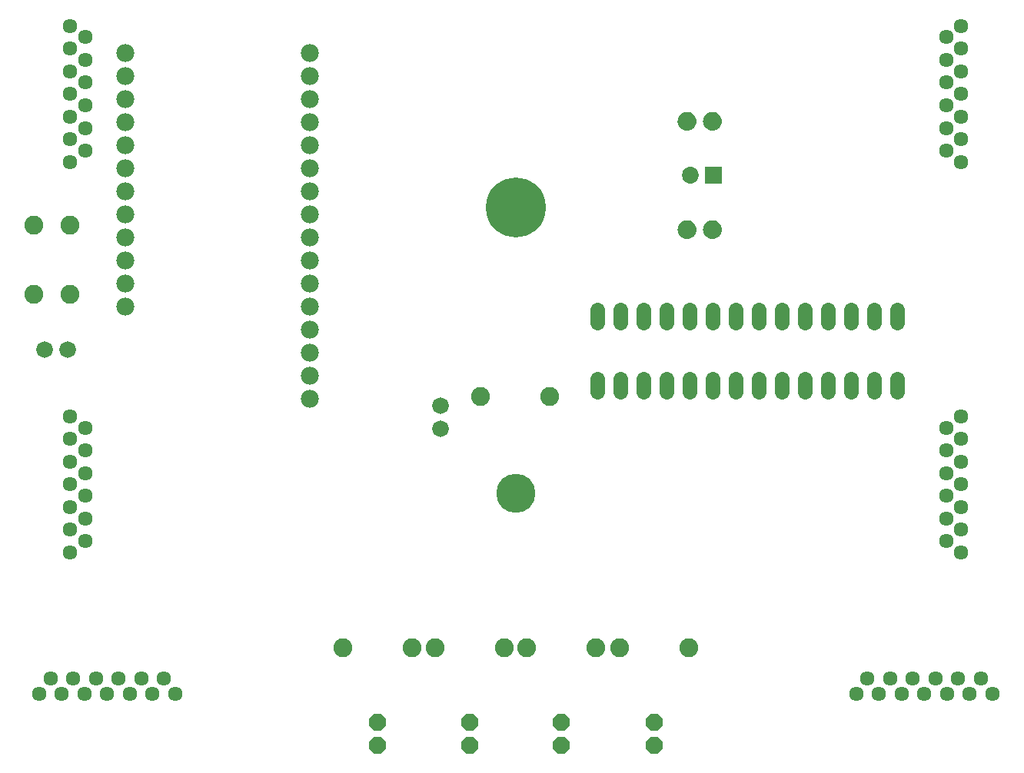
<source format=gbs>
G75*
%MOIN*%
%OFA0B0*%
%FSLAX25Y25*%
%IPPOS*%
%LPD*%
%AMOC8*
5,1,8,0,0,1.08239X$1,22.5*
%
%ADD10C,0.25997*%
%ADD11C,0.16942*%
%ADD12C,0.07800*%
%ADD13C,0.06350*%
%ADD14C,0.08200*%
%ADD15C,0.07200*%
%ADD16C,0.00500*%
%ADD17R,0.07300X0.07300*%
%ADD18C,0.07300*%
%ADD19OC8,0.07400*%
%ADD20C,0.06400*%
D10*
X0241757Y0256435D03*
D11*
X0241757Y0132419D03*
D12*
X0152663Y0173561D03*
X0152663Y0183561D03*
X0152663Y0193561D03*
X0152663Y0203561D03*
X0152663Y0213561D03*
X0152663Y0223561D03*
X0152663Y0233561D03*
X0152663Y0243561D03*
X0152663Y0253561D03*
X0152663Y0263561D03*
X0152663Y0273561D03*
X0152663Y0283561D03*
X0152663Y0293561D03*
X0152663Y0303561D03*
X0152663Y0313561D03*
X0152663Y0323561D03*
X0072663Y0323561D03*
X0072663Y0313561D03*
X0072663Y0303561D03*
X0072663Y0293561D03*
X0072663Y0283561D03*
X0072663Y0273561D03*
X0072663Y0263561D03*
X0072663Y0253561D03*
X0072663Y0243561D03*
X0072663Y0233561D03*
X0072663Y0223561D03*
X0072663Y0213561D03*
D13*
X0035104Y0045490D03*
X0040025Y0051986D03*
X0044946Y0045490D03*
X0049868Y0051986D03*
X0054789Y0045490D03*
X0059710Y0051986D03*
X0064631Y0045490D03*
X0069553Y0051986D03*
X0074474Y0045490D03*
X0079395Y0051986D03*
X0084317Y0045490D03*
X0089238Y0051986D03*
X0094159Y0045490D03*
X0048529Y0106789D03*
X0055025Y0111711D03*
X0048529Y0116632D03*
X0055025Y0121553D03*
X0048529Y0126475D03*
X0055025Y0131396D03*
X0048529Y0136317D03*
X0055025Y0141238D03*
X0048529Y0146160D03*
X0055025Y0151081D03*
X0048529Y0156002D03*
X0055025Y0160923D03*
X0048529Y0165845D03*
X0048529Y0276160D03*
X0055025Y0281081D03*
X0048529Y0286002D03*
X0055025Y0290923D03*
X0048529Y0295845D03*
X0055025Y0300766D03*
X0048529Y0305687D03*
X0055025Y0310608D03*
X0048529Y0315530D03*
X0055025Y0320451D03*
X0048529Y0325372D03*
X0055025Y0330293D03*
X0048529Y0335215D03*
X0428490Y0330293D03*
X0434986Y0335215D03*
X0434986Y0325372D03*
X0428490Y0320451D03*
X0434986Y0315530D03*
X0428490Y0310608D03*
X0434986Y0305687D03*
X0428490Y0300766D03*
X0434986Y0295845D03*
X0428490Y0290923D03*
X0434986Y0286002D03*
X0428490Y0281081D03*
X0434986Y0276160D03*
X0434986Y0165845D03*
X0428490Y0160923D03*
X0434986Y0156002D03*
X0428490Y0151081D03*
X0434986Y0146160D03*
X0428490Y0141238D03*
X0434986Y0136317D03*
X0428490Y0131396D03*
X0434986Y0126475D03*
X0428490Y0121553D03*
X0434986Y0116632D03*
X0428490Y0111711D03*
X0434986Y0106789D03*
X0433647Y0051986D03*
X0428726Y0045490D03*
X0423805Y0051986D03*
X0418883Y0045490D03*
X0413962Y0051986D03*
X0409041Y0045490D03*
X0404120Y0051986D03*
X0399198Y0045490D03*
X0394277Y0051986D03*
X0389356Y0045490D03*
X0438569Y0045490D03*
X0443490Y0051986D03*
X0448411Y0045490D03*
D14*
X0316797Y0065490D03*
X0286797Y0065490D03*
X0276639Y0065490D03*
X0246639Y0065490D03*
X0236876Y0065490D03*
X0206876Y0065490D03*
X0196718Y0065490D03*
X0166718Y0065490D03*
X0226600Y0174309D03*
X0256600Y0174309D03*
X0048647Y0218679D03*
X0032860Y0218679D03*
X0032860Y0248679D03*
X0048647Y0248679D03*
D15*
X0047466Y0194782D03*
X0037466Y0194782D03*
X0209200Y0170509D03*
X0209200Y0160509D03*
D16*
X0312973Y0244686D02*
X0313442Y0244130D01*
X0314010Y0243677D01*
X0314656Y0243342D01*
X0315355Y0243140D01*
X0316080Y0243079D01*
X0316801Y0243142D01*
X0317495Y0243344D01*
X0318137Y0243678D01*
X0318701Y0244131D01*
X0319166Y0244685D01*
X0319514Y0245320D01*
X0319732Y0246010D01*
X0319810Y0246729D01*
X0319762Y0247389D01*
X0319600Y0248030D01*
X0319329Y0248634D01*
X0318958Y0249181D01*
X0318497Y0249656D01*
X0317960Y0250043D01*
X0317365Y0250331D01*
X0316728Y0250512D01*
X0316070Y0250579D01*
X0315412Y0250514D01*
X0314775Y0250335D01*
X0314179Y0250048D01*
X0313641Y0249662D01*
X0313179Y0249189D01*
X0312806Y0248643D01*
X0312534Y0248040D01*
X0312370Y0247399D01*
X0312320Y0246739D01*
X0312401Y0246016D01*
X0312622Y0245323D01*
X0312973Y0244686D01*
X0313028Y0244621D02*
X0319113Y0244621D01*
X0319405Y0245120D02*
X0312734Y0245120D01*
X0312528Y0245618D02*
X0319608Y0245618D01*
X0319743Y0246117D02*
X0312390Y0246117D01*
X0312334Y0246615D02*
X0319798Y0246615D01*
X0319782Y0247114D02*
X0312349Y0247114D01*
X0312425Y0247612D02*
X0319706Y0247612D01*
X0319564Y0248111D02*
X0312566Y0248111D01*
X0312791Y0248609D02*
X0319340Y0248609D01*
X0319007Y0249108D02*
X0313124Y0249108D01*
X0313587Y0249606D02*
X0318545Y0249606D01*
X0317833Y0250105D02*
X0314297Y0250105D01*
X0323445Y0247612D02*
X0330726Y0247612D01*
X0330782Y0247389D02*
X0330830Y0246729D01*
X0330752Y0246010D01*
X0330534Y0245320D01*
X0330186Y0244685D01*
X0329721Y0244131D01*
X0329157Y0243678D01*
X0328515Y0243344D01*
X0327821Y0243142D01*
X0327100Y0243079D01*
X0326375Y0243140D01*
X0325677Y0243342D01*
X0325031Y0243677D01*
X0324462Y0244130D01*
X0323993Y0244686D01*
X0323642Y0245323D01*
X0323422Y0246016D01*
X0323341Y0246739D01*
X0323390Y0247399D01*
X0323554Y0248040D01*
X0323826Y0248643D01*
X0324199Y0249189D01*
X0324661Y0249662D01*
X0325199Y0250048D01*
X0325795Y0250335D01*
X0326432Y0250514D01*
X0327090Y0250579D01*
X0327748Y0250512D01*
X0328385Y0250331D01*
X0328980Y0250043D01*
X0329517Y0249656D01*
X0329978Y0249181D01*
X0330349Y0248634D01*
X0330620Y0248030D01*
X0330782Y0247389D01*
X0330802Y0247114D02*
X0323369Y0247114D01*
X0323354Y0246615D02*
X0330818Y0246615D01*
X0330763Y0246117D02*
X0323410Y0246117D01*
X0323548Y0245618D02*
X0330628Y0245618D01*
X0330425Y0245120D02*
X0323754Y0245120D01*
X0324048Y0244621D02*
X0330133Y0244621D01*
X0329711Y0244123D02*
X0324472Y0244123D01*
X0325131Y0243624D02*
X0329054Y0243624D01*
X0327638Y0243126D02*
X0326547Y0243126D01*
X0323586Y0248111D02*
X0330584Y0248111D01*
X0330360Y0248609D02*
X0323811Y0248609D01*
X0324144Y0249108D02*
X0330028Y0249108D01*
X0329565Y0249606D02*
X0324607Y0249606D01*
X0325317Y0250105D02*
X0328853Y0250105D01*
X0318691Y0244123D02*
X0313452Y0244123D01*
X0314111Y0243624D02*
X0318034Y0243624D01*
X0316618Y0243126D02*
X0315527Y0243126D01*
X0316080Y0290079D02*
X0316801Y0290142D01*
X0317495Y0290344D01*
X0318137Y0290678D01*
X0318701Y0291131D01*
X0319166Y0291685D01*
X0319514Y0292320D01*
X0319732Y0293010D01*
X0319810Y0293729D01*
X0319762Y0294389D01*
X0319600Y0295030D01*
X0319329Y0295634D01*
X0318958Y0296181D01*
X0318497Y0296656D01*
X0317960Y0297043D01*
X0317365Y0297331D01*
X0316728Y0297512D01*
X0316070Y0297579D01*
X0315412Y0297514D01*
X0314775Y0297335D01*
X0314179Y0297048D01*
X0313641Y0296662D01*
X0313179Y0296189D01*
X0312806Y0295643D01*
X0312534Y0295040D01*
X0312370Y0294399D01*
X0312320Y0293739D01*
X0312401Y0293016D01*
X0312622Y0292323D01*
X0312973Y0291686D01*
X0313442Y0291130D01*
X0314010Y0290677D01*
X0314656Y0290342D01*
X0315355Y0290140D01*
X0316080Y0290079D01*
X0317765Y0290484D02*
X0314382Y0290484D01*
X0313627Y0290983D02*
X0318517Y0290983D01*
X0318995Y0291481D02*
X0313146Y0291481D01*
X0312811Y0291980D02*
X0319328Y0291980D01*
X0319564Y0292478D02*
X0312572Y0292478D01*
X0312414Y0292977D02*
X0319721Y0292977D01*
X0319783Y0293475D02*
X0312350Y0293475D01*
X0312338Y0293974D02*
X0319792Y0293974D01*
X0319741Y0294473D02*
X0312389Y0294473D01*
X0312516Y0294971D02*
X0319615Y0294971D01*
X0319403Y0295470D02*
X0312728Y0295470D01*
X0313028Y0295968D02*
X0319102Y0295968D01*
X0318681Y0296467D02*
X0313450Y0296467D01*
X0314063Y0296965D02*
X0318069Y0296965D01*
X0316899Y0297464D02*
X0315233Y0297464D01*
X0323554Y0295040D02*
X0323826Y0295643D01*
X0324199Y0296189D01*
X0324661Y0296662D01*
X0325199Y0297048D01*
X0325795Y0297335D01*
X0326432Y0297514D01*
X0327090Y0297579D01*
X0327748Y0297512D01*
X0328385Y0297331D01*
X0328980Y0297043D01*
X0329517Y0296656D01*
X0329978Y0296181D01*
X0330349Y0295634D01*
X0330620Y0295030D01*
X0330782Y0294389D01*
X0330830Y0293729D01*
X0330752Y0293010D01*
X0330534Y0292320D01*
X0330186Y0291685D01*
X0329721Y0291131D01*
X0329157Y0290678D01*
X0328515Y0290344D01*
X0327821Y0290142D01*
X0327100Y0290079D01*
X0326375Y0290140D01*
X0325677Y0290342D01*
X0325031Y0290677D01*
X0324462Y0291130D01*
X0323993Y0291686D01*
X0323642Y0292323D01*
X0323422Y0293016D01*
X0323341Y0293739D01*
X0323390Y0294399D01*
X0323554Y0295040D01*
X0323536Y0294971D02*
X0330635Y0294971D01*
X0330761Y0294473D02*
X0323409Y0294473D01*
X0323358Y0293974D02*
X0330812Y0293974D01*
X0330803Y0293475D02*
X0323370Y0293475D01*
X0323434Y0292977D02*
X0330741Y0292977D01*
X0330584Y0292478D02*
X0323593Y0292478D01*
X0323831Y0291980D02*
X0330348Y0291980D01*
X0330015Y0291481D02*
X0324166Y0291481D01*
X0324647Y0290983D02*
X0329537Y0290983D01*
X0328785Y0290484D02*
X0325402Y0290484D01*
X0323748Y0295470D02*
X0330423Y0295470D01*
X0330123Y0295968D02*
X0324048Y0295968D01*
X0324470Y0296467D02*
X0329701Y0296467D01*
X0329089Y0296965D02*
X0325083Y0296965D01*
X0326253Y0297464D02*
X0327919Y0297464D01*
D17*
X0327421Y0270309D03*
D18*
X0317579Y0270309D03*
D19*
X0301797Y0033089D03*
X0301797Y0023089D03*
X0261639Y0023089D03*
X0261639Y0033089D03*
X0221876Y0033089D03*
X0221876Y0023089D03*
X0181718Y0023089D03*
X0181718Y0033089D03*
D20*
X0277151Y0176509D02*
X0277151Y0182109D01*
X0287151Y0182109D02*
X0287151Y0176509D01*
X0297151Y0176509D02*
X0297151Y0182109D01*
X0307151Y0182109D02*
X0307151Y0176509D01*
X0317151Y0176509D02*
X0317151Y0182109D01*
X0327151Y0182109D02*
X0327151Y0176509D01*
X0337151Y0176509D02*
X0337151Y0182109D01*
X0347151Y0182109D02*
X0347151Y0176509D01*
X0357151Y0176509D02*
X0357151Y0182109D01*
X0367151Y0182109D02*
X0367151Y0176509D01*
X0377151Y0176509D02*
X0377151Y0182109D01*
X0387151Y0182109D02*
X0387151Y0176509D01*
X0397151Y0176509D02*
X0397151Y0182109D01*
X0407151Y0182109D02*
X0407151Y0176509D01*
X0407151Y0206509D02*
X0407151Y0212109D01*
X0397151Y0212109D02*
X0397151Y0206509D01*
X0387151Y0206509D02*
X0387151Y0212109D01*
X0377151Y0212109D02*
X0377151Y0206509D01*
X0367151Y0206509D02*
X0367151Y0212109D01*
X0357151Y0212109D02*
X0357151Y0206509D01*
X0347151Y0206509D02*
X0347151Y0212109D01*
X0337151Y0212109D02*
X0337151Y0206509D01*
X0327151Y0206509D02*
X0327151Y0212109D01*
X0317151Y0212109D02*
X0317151Y0206509D01*
X0307151Y0206509D02*
X0307151Y0212109D01*
X0297151Y0212109D02*
X0297151Y0206509D01*
X0287151Y0206509D02*
X0287151Y0212109D01*
X0277151Y0212109D02*
X0277151Y0206509D01*
M02*

</source>
